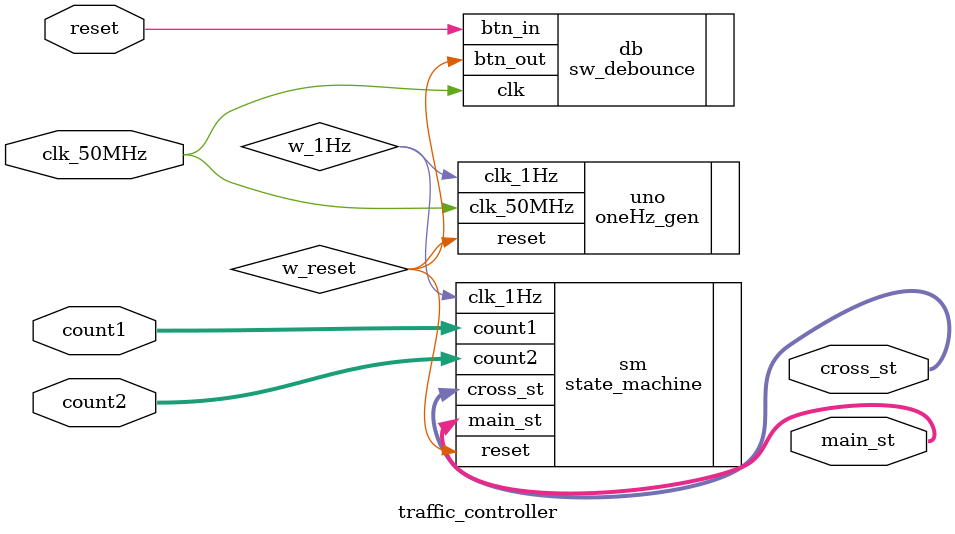
<source format=v>
`timescale 1ns / 1ps




//2 way street



module traffic_controller(
    input reset,            // button
    input clk_50MHz,
	 input [3:0]count1,
	 input [3:0] count2,
    output [2:0] main_st,   // LEDs
    output [2:0] cross_st // LEDs
    );
    
    wire w_1Hz, w_reset;
    
    state_machine sm(.reset(w_reset), .clk_1Hz(w_1Hz), 
                     .main_st(main_st), .cross_st(cross_st),
							.count1(count1), .count2(count2)
							);
    oneHz_gen uno(.clk_50MHz(clk_50MHz), .reset(w_reset), .clk_1Hz(w_1Hz),);
    sw_debounce db(.clk(clk_50MHz), .btn_in(reset), .btn_out(w_reset) );
    
endmodule
</source>
